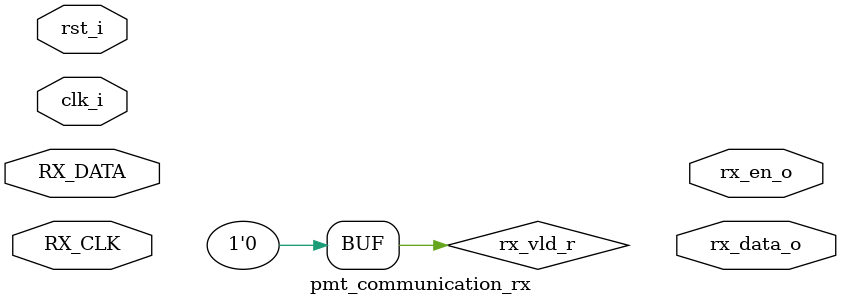
<source format=v>
`timescale 1ns / 1ps


module pmt_communication_rx #(
    parameter                               DATA_WIDTH = 16
)(
    // clk & rst
    input    wire                           clk_i           ,
    input    wire                           rst_i           ,

    output   wire                           rx_en_o         ,
    output   wire   [DATA_WIDTH-1:0]        rx_data_o       ,

    // info
    input    wire                           RX_CLK          ,
    input    wire                           RX_DATA         

);


//////////////////////////////////////////////////////////////////////////////////
// *********** Define Parameter Signal
//>>>>>>>>>>>>>>>>>>>>>>>>>>>>>>>>>>>>>>>>>>>>>>>>>>>>>>>>>>>>>>>>>>>>>>>>>>>>>>>
// localparam                      ST_IDLE         = 3'd0;
// localparam                      ST_TX           = 3'd1;

//<<<<<<<<<<<<<<<<<<<<<<<<<<<<<<<<<<<<<<<<<<<<<<<<<<<<<<<<<<<<<<<<<<<<<<<<<<<<<<<

//////////////////////////////////////////////////////////////////////////////////
// *********** Define Register Signal
//>>>>>>>>>>>>>>>>>>>>>>>>>>>>>>>>>>>>>>>>>>>>>>>>>>>>>>>>>>>>>>>>>>>>>>>>>>>>>>>


reg                             rx_clk_r        = 'd0;
reg                             rx_clk_r_d      = 'd0;
reg                             rx_vld_r        = 'd0;
reg                             rx_data_d       = 'd0;
reg     [DATA_WIDTH-1:0]        rx_data_r       = 'd0;
reg     [4-1:0]                 rx_cnt          = 'd0;
reg     [4-1:0]                 rx_state_cnt    = 'd0;
//<<<<<<<<<<<<<<<<<<<<<<<<<<<<<<<<<<<<<<<<<<<<<<<<<<<<<<<<<<<<<<<<<<<<<<<<<<<<<<<



//////////////////////////////////////////////////////////////////////////////////
// *********** Define Wire Signal
//>>>>>>>>>>>>>>>>>>>>>>>>>>>>>>>>>>>>>>>>>>>>>>>>>>>>>>>>>>>>>>>>>>>>>>>>>>>>>>>
wire                            rx_clk_nege ;
wire                            rx_clk_pose ;

wire                            rx_state_err;

//<<<<<<<<<<<<<<<<<<<<<<<<<<<<<<<<<<<<<<<<<<<<<<<<<<<<<<<<<<<<<<<<<<<<<<<<<<<<<<<





//////////////////////////////////////////////////////////////////////////////////
// *********** Instance Module
//>>>>>>>>>>>>>>>>>>>>>>>>>>>>>>>>>>>>>>>>>>>>>>>>>>>>>>>>>>>>>>>>>>>>>>>>>>>>>>>


//<<<<<<<<<<<<<<<<<<<<<<<<<<<<<<<<<<<<<<<<<<<<<<<<<<<<<<<<<<<<<<<<<<<<<<<<<<<<<<<


//////////////////////////////////////////////////////////////////////////////////
// *********** Logic Design
//>>>>>>>>>>>>>>>>>>>>>>>>>>>>>>>>>>>>>>>>>>>>>>>>>>>>>>>>>>>>>>>>>>>>>>>>>>>>>>>
always @(posedge clk_i) begin
    rx_clk_r <= RX_CLK;
    rx_clk_r_d <= rx_clk_r;
end

assign rx_clk_nege = ~rx_clk_r && rx_clk_r_d;
assign rx_clk_pose = rx_clk_r  && ~rx_clk_r_d;

always @(posedge clk_i) begin
    rx_data_d <= RX_DATA;
end

always @(posedge clk_i) begin
    if(rx_clk_pose)
        rx_data_r <= {rx_data_r[DATA_WIDTH-2:0],rx_data_d};
end

always @(posedge clk_i) begin
    if(rx_state_err)
        rx_cnt <= 'd0;
    else if(rx_clk_pose)begin
        if(rx_cnt==DATA_WIDTH-1)
            rx_cnt <= 'd0;
        else 
            rx_cnt <= rx_cnt + 1;
    end
end

always @(posedge clk_i) begin
    if(rx_clk_nege)
        rx_state_cnt <= 'd0;
    else if(rx_state_cnt==DATA_WIDTH-1)
        rx_state_cnt <= rx_state_cnt ;
    else 
        rx_state_cnt <= rx_state_cnt + 1;
end

assign rx_state_err = rx_state_cnt==DATA_WIDTH-2;
//<<<<<<<<<<<<<<<<<<<<<<<<<<<<<<<<<<<<<<<<<<<<<<<<<<<<<<<<<<<<<<<<<<<<<<<<<<<<<<<


endmodule

</source>
